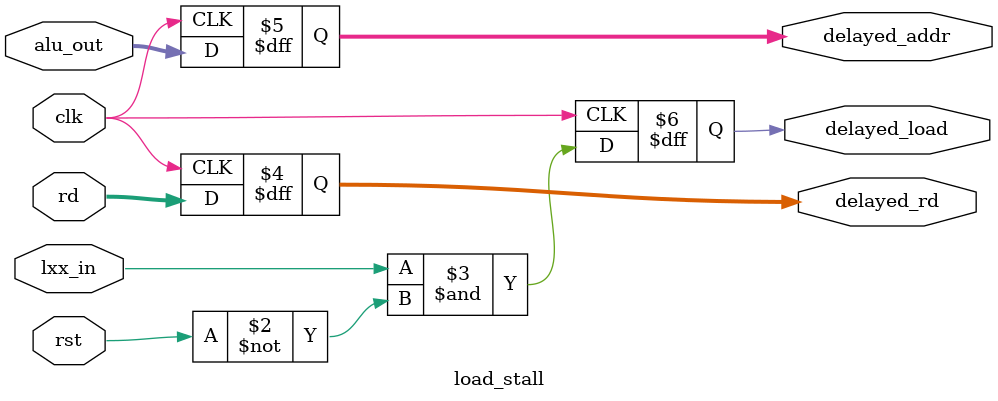
<source format=v>
module load_stall(delayed_rd, delayed_addr, delayed_load, lxx_in, rd, alu_out, clk, rst);

	input lxx_in, clk, rst;
	input [4:0] rd;
	input [31:0] alu_out;

	output reg [4:0] delayed_rd;
	output reg [31:0] delayed_addr;
	output reg delayed_load;

	always @(posedge clk)
	begin
		delayed_load <= lxx_in & ~rst;
		delayed_rd <= rd;
		delayed_addr <= alu_out;
	end

endmodule
</source>
